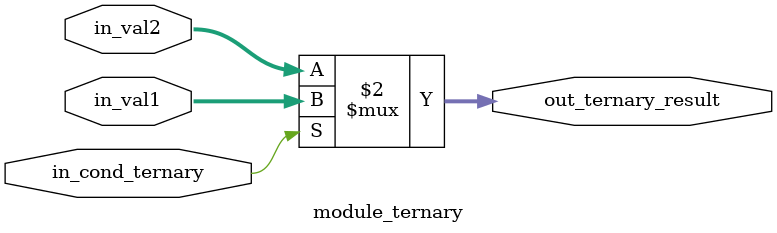
<source format=sv>
module module_ternary (
    input wire in_cond_ternary,
    input wire [7:0] in_val1,
    input wire [7:0] in_val2,
    output logic [7:0] out_ternary_result
);
    always_comb begin
    out_ternary_result = in_cond_ternary ? in_val1 : in_val2;
    end
endmodule


</source>
